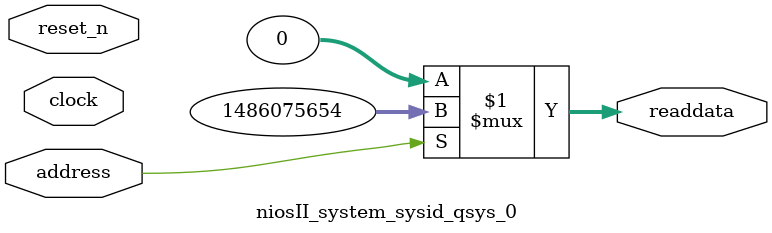
<source format=v>

`timescale 1ns / 1ps
// synthesis translate_on

// turn off superfluous verilog processor warnings 
// altera message_level Level1 
// altera message_off 10034 10035 10036 10037 10230 10240 10030 

module niosII_system_sysid_qsys_0 (
               // inputs:
                address,
                clock,
                reset_n,

               // outputs:
                readdata
             )
;

  output  [ 31: 0] readdata;
  input            address;
  input            clock;
  input            reset_n;

  wire    [ 31: 0] readdata;
  //control_slave, which is an e_avalon_slave
  assign readdata = address ? 1486075654 : 0;

endmodule




</source>
